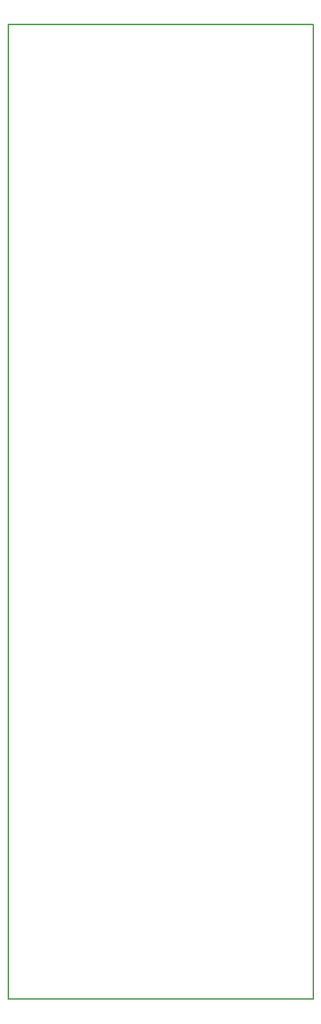
<source format=gm1>
%TF.GenerationSoftware,KiCad,Pcbnew,8.0.6*%
%TF.CreationDate,2024-11-05T14:35:24+11:00*%
%TF.ProjectId,Blank_3U8HP,426c616e-6b5f-4335-9538-48502e6b6963,rev?*%
%TF.SameCoordinates,Original*%
%TF.FileFunction,Profile,NP*%
%FSLAX46Y46*%
G04 Gerber Fmt 4.6, Leading zero omitted, Abs format (unit mm)*
G04 Created by KiCad (PCBNEW 8.0.6) date 2024-11-05 14:35:24*
%MOMM*%
%LPD*%
G01*
G04 APERTURE LIST*
%TA.AperFunction,Profile*%
%ADD10C,0.150000*%
%TD*%
G04 APERTURE END LIST*
D10*
X0Y-2425000D02*
X40300000Y-2425000D01*
X40300000Y-130925000D01*
X0Y-130925000D01*
X0Y-2425000D01*
M02*

</source>
